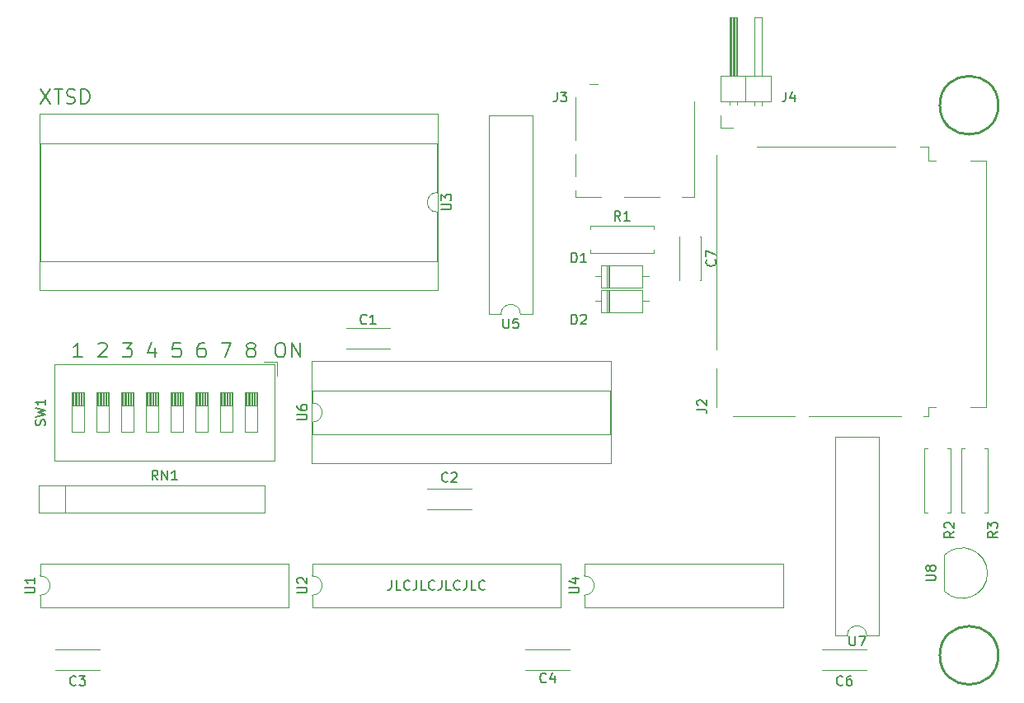
<source format=gto>
%TF.GenerationSoftware,KiCad,Pcbnew,(5.1.9-0-10_14)*%
%TF.CreationDate,2022-05-15T13:48:24+02:00*%
%TF.ProjectId,xtsd,78747364-2e6b-4696-9361-645f70636258,rev?*%
%TF.SameCoordinates,Original*%
%TF.FileFunction,Legend,Top*%
%TF.FilePolarity,Positive*%
%FSLAX46Y46*%
G04 Gerber Fmt 4.6, Leading zero omitted, Abs format (unit mm)*
G04 Created by KiCad (PCBNEW (5.1.9-0-10_14)) date 2022-05-15 13:48:24*
%MOMM*%
%LPD*%
G01*
G04 APERTURE LIST*
%ADD10C,0.150000*%
%ADD11C,0.120000*%
%ADD12C,0.250000*%
%ADD13C,0.010000*%
%ADD14O,1.700000X1.700000*%
%ADD15R,1.700000X1.700000*%
%ADD16R,1.780000X7.366000*%
%ADD17O,1.600000X2.400000*%
%ADD18R,1.600000X2.400000*%
%ADD19C,4.000000*%
%ADD20R,1.950000X1.200000*%
%ADD21R,3.200000X2.100000*%
%ADD22R,2.000000X1.000000*%
%ADD23R,2.200000X1.550000*%
%ADD24R,4.170000X1.550000*%
%ADD25R,1.650000X1.500000*%
%ADD26R,1.100000X1.500000*%
%ADD27R,1.870000X1.600000*%
%ADD28O,1.600000X1.600000*%
%ADD29R,1.600000X1.600000*%
%ADD30C,1.600000*%
%ADD31O,2.400000X1.600000*%
%ADD32R,2.400000X1.600000*%
%ADD33R,1.500000X1.050000*%
%ADD34O,1.500000X1.050000*%
%ADD35R,0.850000X1.100000*%
%ADD36R,0.750000X1.100000*%
%ADD37R,1.170000X1.800000*%
%ADD38R,1.550000X1.350000*%
%ADD39R,1.200000X1.000000*%
%ADD40R,1.900000X1.350000*%
G04 APERTURE END LIST*
D10*
X123650952Y-134072380D02*
X123650952Y-134786666D01*
X123603333Y-134929523D01*
X123508095Y-135024761D01*
X123365238Y-135072380D01*
X123270000Y-135072380D01*
X124603333Y-135072380D02*
X124127142Y-135072380D01*
X124127142Y-134072380D01*
X125508095Y-134977142D02*
X125460476Y-135024761D01*
X125317619Y-135072380D01*
X125222380Y-135072380D01*
X125079523Y-135024761D01*
X124984285Y-134929523D01*
X124936666Y-134834285D01*
X124889047Y-134643809D01*
X124889047Y-134500952D01*
X124936666Y-134310476D01*
X124984285Y-134215238D01*
X125079523Y-134120000D01*
X125222380Y-134072380D01*
X125317619Y-134072380D01*
X125460476Y-134120000D01*
X125508095Y-134167619D01*
X126222380Y-134072380D02*
X126222380Y-134786666D01*
X126174761Y-134929523D01*
X126079523Y-135024761D01*
X125936666Y-135072380D01*
X125841428Y-135072380D01*
X127174761Y-135072380D02*
X126698571Y-135072380D01*
X126698571Y-134072380D01*
X128079523Y-134977142D02*
X128031904Y-135024761D01*
X127889047Y-135072380D01*
X127793809Y-135072380D01*
X127650952Y-135024761D01*
X127555714Y-134929523D01*
X127508095Y-134834285D01*
X127460476Y-134643809D01*
X127460476Y-134500952D01*
X127508095Y-134310476D01*
X127555714Y-134215238D01*
X127650952Y-134120000D01*
X127793809Y-134072380D01*
X127889047Y-134072380D01*
X128031904Y-134120000D01*
X128079523Y-134167619D01*
X128793809Y-134072380D02*
X128793809Y-134786666D01*
X128746190Y-134929523D01*
X128650952Y-135024761D01*
X128508095Y-135072380D01*
X128412857Y-135072380D01*
X129746190Y-135072380D02*
X129270000Y-135072380D01*
X129270000Y-134072380D01*
X130650952Y-134977142D02*
X130603333Y-135024761D01*
X130460476Y-135072380D01*
X130365238Y-135072380D01*
X130222380Y-135024761D01*
X130127142Y-134929523D01*
X130079523Y-134834285D01*
X130031904Y-134643809D01*
X130031904Y-134500952D01*
X130079523Y-134310476D01*
X130127142Y-134215238D01*
X130222380Y-134120000D01*
X130365238Y-134072380D01*
X130460476Y-134072380D01*
X130603333Y-134120000D01*
X130650952Y-134167619D01*
X131365238Y-134072380D02*
X131365238Y-134786666D01*
X131317619Y-134929523D01*
X131222380Y-135024761D01*
X131079523Y-135072380D01*
X130984285Y-135072380D01*
X132317619Y-135072380D02*
X131841428Y-135072380D01*
X131841428Y-134072380D01*
X133222380Y-134977142D02*
X133174761Y-135024761D01*
X133031904Y-135072380D01*
X132936666Y-135072380D01*
X132793809Y-135024761D01*
X132698571Y-134929523D01*
X132650952Y-134834285D01*
X132603333Y-134643809D01*
X132603333Y-134500952D01*
X132650952Y-134310476D01*
X132698571Y-134215238D01*
X132793809Y-134120000D01*
X132936666Y-134072380D01*
X133031904Y-134072380D01*
X133174761Y-134120000D01*
X133222380Y-134167619D01*
X87634285Y-83633571D02*
X88634285Y-85133571D01*
X88634285Y-83633571D02*
X87634285Y-85133571D01*
X88991428Y-83633571D02*
X89848571Y-83633571D01*
X89420000Y-85133571D02*
X89420000Y-83633571D01*
X90277142Y-85062142D02*
X90491428Y-85133571D01*
X90848571Y-85133571D01*
X90991428Y-85062142D01*
X91062857Y-84990714D01*
X91134285Y-84847857D01*
X91134285Y-84705000D01*
X91062857Y-84562142D01*
X90991428Y-84490714D01*
X90848571Y-84419285D01*
X90562857Y-84347857D01*
X90420000Y-84276428D01*
X90348571Y-84205000D01*
X90277142Y-84062142D01*
X90277142Y-83919285D01*
X90348571Y-83776428D01*
X90420000Y-83705000D01*
X90562857Y-83633571D01*
X90920000Y-83633571D01*
X91134285Y-83705000D01*
X91777142Y-85133571D02*
X91777142Y-83633571D01*
X92134285Y-83633571D01*
X92348571Y-83705000D01*
X92491428Y-83847857D01*
X92562857Y-83990714D01*
X92634285Y-84276428D01*
X92634285Y-84490714D01*
X92562857Y-84776428D01*
X92491428Y-84919285D01*
X92348571Y-85062142D01*
X92134285Y-85133571D01*
X91777142Y-85133571D01*
X112101428Y-109668571D02*
X112387142Y-109668571D01*
X112530000Y-109740000D01*
X112672857Y-109882857D01*
X112744285Y-110168571D01*
X112744285Y-110668571D01*
X112672857Y-110954285D01*
X112530000Y-111097142D01*
X112387142Y-111168571D01*
X112101428Y-111168571D01*
X111958571Y-111097142D01*
X111815714Y-110954285D01*
X111744285Y-110668571D01*
X111744285Y-110168571D01*
X111815714Y-109882857D01*
X111958571Y-109740000D01*
X112101428Y-109668571D01*
X113387142Y-111168571D02*
X113387142Y-109668571D01*
X114244285Y-111168571D01*
X114244285Y-109668571D01*
X106180000Y-109668571D02*
X107180000Y-109668571D01*
X106537142Y-111168571D01*
X104425714Y-109668571D02*
X104140000Y-109668571D01*
X103997142Y-109740000D01*
X103925714Y-109811428D01*
X103782857Y-110025714D01*
X103711428Y-110311428D01*
X103711428Y-110882857D01*
X103782857Y-111025714D01*
X103854285Y-111097142D01*
X103997142Y-111168571D01*
X104282857Y-111168571D01*
X104425714Y-111097142D01*
X104497142Y-111025714D01*
X104568571Y-110882857D01*
X104568571Y-110525714D01*
X104497142Y-110382857D01*
X104425714Y-110311428D01*
X104282857Y-110240000D01*
X103997142Y-110240000D01*
X103854285Y-110311428D01*
X103782857Y-110382857D01*
X103711428Y-110525714D01*
X101957142Y-109668571D02*
X101242857Y-109668571D01*
X101171428Y-110382857D01*
X101242857Y-110311428D01*
X101385714Y-110240000D01*
X101742857Y-110240000D01*
X101885714Y-110311428D01*
X101957142Y-110382857D01*
X102028571Y-110525714D01*
X102028571Y-110882857D01*
X101957142Y-111025714D01*
X101885714Y-111097142D01*
X101742857Y-111168571D01*
X101385714Y-111168571D01*
X101242857Y-111097142D01*
X101171428Y-111025714D01*
X99345714Y-110168571D02*
X99345714Y-111168571D01*
X98988571Y-109597142D02*
X98631428Y-110668571D01*
X99560000Y-110668571D01*
X96020000Y-109668571D02*
X96948571Y-109668571D01*
X96448571Y-110240000D01*
X96662857Y-110240000D01*
X96805714Y-110311428D01*
X96877142Y-110382857D01*
X96948571Y-110525714D01*
X96948571Y-110882857D01*
X96877142Y-111025714D01*
X96805714Y-111097142D01*
X96662857Y-111168571D01*
X96234285Y-111168571D01*
X96091428Y-111097142D01*
X96020000Y-111025714D01*
X93551428Y-109811428D02*
X93622857Y-109740000D01*
X93765714Y-109668571D01*
X94122857Y-109668571D01*
X94265714Y-109740000D01*
X94337142Y-109811428D01*
X94408571Y-109954285D01*
X94408571Y-110097142D01*
X94337142Y-110311428D01*
X93480000Y-111168571D01*
X94408571Y-111168571D01*
X109077142Y-110311428D02*
X108934285Y-110240000D01*
X108862857Y-110168571D01*
X108791428Y-110025714D01*
X108791428Y-109954285D01*
X108862857Y-109811428D01*
X108934285Y-109740000D01*
X109077142Y-109668571D01*
X109362857Y-109668571D01*
X109505714Y-109740000D01*
X109577142Y-109811428D01*
X109648571Y-109954285D01*
X109648571Y-110025714D01*
X109577142Y-110168571D01*
X109505714Y-110240000D01*
X109362857Y-110311428D01*
X109077142Y-110311428D01*
X108934285Y-110382857D01*
X108862857Y-110454285D01*
X108791428Y-110597142D01*
X108791428Y-110882857D01*
X108862857Y-111025714D01*
X108934285Y-111097142D01*
X109077142Y-111168571D01*
X109362857Y-111168571D01*
X109505714Y-111097142D01*
X109577142Y-111025714D01*
X109648571Y-110882857D01*
X109648571Y-110597142D01*
X109577142Y-110454285D01*
X109505714Y-110382857D01*
X109362857Y-110311428D01*
X91868571Y-111168571D02*
X91011428Y-111168571D01*
X91440000Y-111168571D02*
X91440000Y-109668571D01*
X91297142Y-109882857D01*
X91154285Y-110025714D01*
X91011428Y-110097142D01*
D11*
X157420000Y-84920000D02*
X162620000Y-84920000D01*
X162620000Y-84920000D02*
X162620000Y-82260000D01*
X162620000Y-82260000D02*
X157420000Y-82260000D01*
X157420000Y-82260000D02*
X157420000Y-84920000D01*
X158370000Y-82260000D02*
X158370000Y-76260000D01*
X158370000Y-76260000D02*
X159130000Y-76260000D01*
X159130000Y-76260000D02*
X159130000Y-82260000D01*
X158430000Y-82260000D02*
X158430000Y-76260000D01*
X158550000Y-82260000D02*
X158550000Y-76260000D01*
X158670000Y-82260000D02*
X158670000Y-76260000D01*
X158790000Y-82260000D02*
X158790000Y-76260000D01*
X158910000Y-82260000D02*
X158910000Y-76260000D01*
X159030000Y-82260000D02*
X159030000Y-76260000D01*
X158370000Y-85250000D02*
X158370000Y-84920000D01*
X159130000Y-85250000D02*
X159130000Y-84920000D01*
X160020000Y-84920000D02*
X160020000Y-82260000D01*
X160910000Y-82260000D02*
X160910000Y-76260000D01*
X160910000Y-76260000D02*
X161670000Y-76260000D01*
X161670000Y-76260000D02*
X161670000Y-82260000D01*
X160910000Y-85317071D02*
X160910000Y-84920000D01*
X161670000Y-85317071D02*
X161670000Y-84920000D01*
X158750000Y-87630000D02*
X157480000Y-87630000D01*
X157480000Y-87630000D02*
X157480000Y-86360000D01*
X87570000Y-135620000D02*
X87570000Y-136870000D01*
X87570000Y-136870000D02*
X113090000Y-136870000D01*
X113090000Y-136870000D02*
X113090000Y-132370000D01*
X113090000Y-132370000D02*
X87570000Y-132370000D01*
X87570000Y-132370000D02*
X87570000Y-133620000D01*
X87570000Y-133620000D02*
G75*
G02*
X87570000Y-135620000I0J-1000000D01*
G01*
D12*
X185956200Y-141788000D02*
G75*
G03*
X185956200Y-141788000I-3000000J0D01*
G01*
X185956200Y-85273000D02*
G75*
G03*
X185956200Y-85273000I-3000000J0D01*
G01*
D11*
X143450000Y-135620000D02*
X143450000Y-136870000D01*
X143450000Y-136870000D02*
X163890000Y-136870000D01*
X163890000Y-136870000D02*
X163890000Y-132370000D01*
X163890000Y-132370000D02*
X143450000Y-132370000D01*
X143450000Y-132370000D02*
X143450000Y-133620000D01*
X143450000Y-133620000D02*
G75*
G02*
X143450000Y-135620000I0J-1000000D01*
G01*
X115510000Y-135620000D02*
X115510000Y-136870000D01*
X115510000Y-136870000D02*
X141030000Y-136870000D01*
X141030000Y-136870000D02*
X141030000Y-132370000D01*
X141030000Y-132370000D02*
X115510000Y-132370000D01*
X115510000Y-132370000D02*
X115510000Y-133620000D01*
X115510000Y-133620000D02*
G75*
G02*
X115510000Y-135620000I0J-1000000D01*
G01*
X184700000Y-91000000D02*
X183100000Y-91000000D01*
X179500000Y-91000000D02*
X178800000Y-91000000D01*
X178800000Y-91000000D02*
X178800000Y-89500000D01*
X178800000Y-89500000D02*
X177900000Y-89500000D01*
X175400000Y-89500000D02*
X161200000Y-89500000D01*
X157000000Y-90400000D02*
X157000000Y-110400000D01*
X157000000Y-112300000D02*
X157000000Y-116300000D01*
X158700000Y-117200000D02*
X165100000Y-117200000D01*
X166500000Y-117200000D02*
X176000000Y-117200000D01*
X178300000Y-117200000D02*
X178800000Y-117200000D01*
X178800000Y-117200000D02*
X178800000Y-116300000D01*
X178800000Y-116300000D02*
X179500000Y-116300000D01*
X183100000Y-116300000D02*
X184700000Y-116300000D01*
X184700000Y-116300000D02*
X184700000Y-91000000D01*
X111640000Y-111890000D02*
X111640000Y-121790000D01*
X89019000Y-111890000D02*
X89019000Y-121790000D01*
X111640000Y-111890000D02*
X89019000Y-111890000D01*
X111640000Y-121790000D02*
X89019000Y-121790000D01*
X111880000Y-111650000D02*
X111880000Y-113034000D01*
X111880000Y-111650000D02*
X110497000Y-111650000D01*
X109855000Y-114810000D02*
X108585000Y-114810000D01*
X108585000Y-114810000D02*
X108585000Y-118870000D01*
X108585000Y-118870000D02*
X109855000Y-118870000D01*
X109855000Y-118870000D02*
X109855000Y-114810000D01*
X109735000Y-114810000D02*
X109735000Y-116163333D01*
X109615000Y-114810000D02*
X109615000Y-116163333D01*
X109495000Y-114810000D02*
X109495000Y-116163333D01*
X109375000Y-114810000D02*
X109375000Y-116163333D01*
X109255000Y-114810000D02*
X109255000Y-116163333D01*
X109135000Y-114810000D02*
X109135000Y-116163333D01*
X109015000Y-114810000D02*
X109015000Y-116163333D01*
X108895000Y-114810000D02*
X108895000Y-116163333D01*
X108775000Y-114810000D02*
X108775000Y-116163333D01*
X108655000Y-114810000D02*
X108655000Y-116163333D01*
X109855000Y-116163333D02*
X108585000Y-116163333D01*
X107315000Y-114810000D02*
X106045000Y-114810000D01*
X106045000Y-114810000D02*
X106045000Y-118870000D01*
X106045000Y-118870000D02*
X107315000Y-118870000D01*
X107315000Y-118870000D02*
X107315000Y-114810000D01*
X107195000Y-114810000D02*
X107195000Y-116163333D01*
X107075000Y-114810000D02*
X107075000Y-116163333D01*
X106955000Y-114810000D02*
X106955000Y-116163333D01*
X106835000Y-114810000D02*
X106835000Y-116163333D01*
X106715000Y-114810000D02*
X106715000Y-116163333D01*
X106595000Y-114810000D02*
X106595000Y-116163333D01*
X106475000Y-114810000D02*
X106475000Y-116163333D01*
X106355000Y-114810000D02*
X106355000Y-116163333D01*
X106235000Y-114810000D02*
X106235000Y-116163333D01*
X106115000Y-114810000D02*
X106115000Y-116163333D01*
X107315000Y-116163333D02*
X106045000Y-116163333D01*
X104775000Y-114810000D02*
X103505000Y-114810000D01*
X103505000Y-114810000D02*
X103505000Y-118870000D01*
X103505000Y-118870000D02*
X104775000Y-118870000D01*
X104775000Y-118870000D02*
X104775000Y-114810000D01*
X104655000Y-114810000D02*
X104655000Y-116163333D01*
X104535000Y-114810000D02*
X104535000Y-116163333D01*
X104415000Y-114810000D02*
X104415000Y-116163333D01*
X104295000Y-114810000D02*
X104295000Y-116163333D01*
X104175000Y-114810000D02*
X104175000Y-116163333D01*
X104055000Y-114810000D02*
X104055000Y-116163333D01*
X103935000Y-114810000D02*
X103935000Y-116163333D01*
X103815000Y-114810000D02*
X103815000Y-116163333D01*
X103695000Y-114810000D02*
X103695000Y-116163333D01*
X103575000Y-114810000D02*
X103575000Y-116163333D01*
X104775000Y-116163333D02*
X103505000Y-116163333D01*
X102235000Y-114810000D02*
X100965000Y-114810000D01*
X100965000Y-114810000D02*
X100965000Y-118870000D01*
X100965000Y-118870000D02*
X102235000Y-118870000D01*
X102235000Y-118870000D02*
X102235000Y-114810000D01*
X102115000Y-114810000D02*
X102115000Y-116163333D01*
X101995000Y-114810000D02*
X101995000Y-116163333D01*
X101875000Y-114810000D02*
X101875000Y-116163333D01*
X101755000Y-114810000D02*
X101755000Y-116163333D01*
X101635000Y-114810000D02*
X101635000Y-116163333D01*
X101515000Y-114810000D02*
X101515000Y-116163333D01*
X101395000Y-114810000D02*
X101395000Y-116163333D01*
X101275000Y-114810000D02*
X101275000Y-116163333D01*
X101155000Y-114810000D02*
X101155000Y-116163333D01*
X101035000Y-114810000D02*
X101035000Y-116163333D01*
X102235000Y-116163333D02*
X100965000Y-116163333D01*
X99695000Y-114810000D02*
X98425000Y-114810000D01*
X98425000Y-114810000D02*
X98425000Y-118870000D01*
X98425000Y-118870000D02*
X99695000Y-118870000D01*
X99695000Y-118870000D02*
X99695000Y-114810000D01*
X99575000Y-114810000D02*
X99575000Y-116163333D01*
X99455000Y-114810000D02*
X99455000Y-116163333D01*
X99335000Y-114810000D02*
X99335000Y-116163333D01*
X99215000Y-114810000D02*
X99215000Y-116163333D01*
X99095000Y-114810000D02*
X99095000Y-116163333D01*
X98975000Y-114810000D02*
X98975000Y-116163333D01*
X98855000Y-114810000D02*
X98855000Y-116163333D01*
X98735000Y-114810000D02*
X98735000Y-116163333D01*
X98615000Y-114810000D02*
X98615000Y-116163333D01*
X98495000Y-114810000D02*
X98495000Y-116163333D01*
X99695000Y-116163333D02*
X98425000Y-116163333D01*
X97155000Y-114810000D02*
X95885000Y-114810000D01*
X95885000Y-114810000D02*
X95885000Y-118870000D01*
X95885000Y-118870000D02*
X97155000Y-118870000D01*
X97155000Y-118870000D02*
X97155000Y-114810000D01*
X97035000Y-114810000D02*
X97035000Y-116163333D01*
X96915000Y-114810000D02*
X96915000Y-116163333D01*
X96795000Y-114810000D02*
X96795000Y-116163333D01*
X96675000Y-114810000D02*
X96675000Y-116163333D01*
X96555000Y-114810000D02*
X96555000Y-116163333D01*
X96435000Y-114810000D02*
X96435000Y-116163333D01*
X96315000Y-114810000D02*
X96315000Y-116163333D01*
X96195000Y-114810000D02*
X96195000Y-116163333D01*
X96075000Y-114810000D02*
X96075000Y-116163333D01*
X95955000Y-114810000D02*
X95955000Y-116163333D01*
X97155000Y-116163333D02*
X95885000Y-116163333D01*
X94615000Y-114810000D02*
X93345000Y-114810000D01*
X93345000Y-114810000D02*
X93345000Y-118870000D01*
X93345000Y-118870000D02*
X94615000Y-118870000D01*
X94615000Y-118870000D02*
X94615000Y-114810000D01*
X94495000Y-114810000D02*
X94495000Y-116163333D01*
X94375000Y-114810000D02*
X94375000Y-116163333D01*
X94255000Y-114810000D02*
X94255000Y-116163333D01*
X94135000Y-114810000D02*
X94135000Y-116163333D01*
X94015000Y-114810000D02*
X94015000Y-116163333D01*
X93895000Y-114810000D02*
X93895000Y-116163333D01*
X93775000Y-114810000D02*
X93775000Y-116163333D01*
X93655000Y-114810000D02*
X93655000Y-116163333D01*
X93535000Y-114810000D02*
X93535000Y-116163333D01*
X93415000Y-114810000D02*
X93415000Y-116163333D01*
X94615000Y-116163333D02*
X93345000Y-116163333D01*
X92075000Y-114810000D02*
X90805000Y-114810000D01*
X90805000Y-114810000D02*
X90805000Y-118870000D01*
X90805000Y-118870000D02*
X92075000Y-118870000D01*
X92075000Y-118870000D02*
X92075000Y-114810000D01*
X91955000Y-114810000D02*
X91955000Y-116163333D01*
X91835000Y-114810000D02*
X91835000Y-116163333D01*
X91715000Y-114810000D02*
X91715000Y-116163333D01*
X91595000Y-114810000D02*
X91595000Y-116163333D01*
X91475000Y-114810000D02*
X91475000Y-116163333D01*
X91355000Y-114810000D02*
X91355000Y-116163333D01*
X91235000Y-114810000D02*
X91235000Y-116163333D01*
X91115000Y-114810000D02*
X91115000Y-116163333D01*
X90995000Y-114810000D02*
X90995000Y-116163333D01*
X90875000Y-114810000D02*
X90875000Y-116163333D01*
X92075000Y-116163333D02*
X90805000Y-116163333D01*
X128330000Y-94250000D02*
X128330000Y-89190000D01*
X128330000Y-89190000D02*
X87570000Y-89190000D01*
X87570000Y-89190000D02*
X87570000Y-101310000D01*
X87570000Y-101310000D02*
X128330000Y-101310000D01*
X128330000Y-101310000D02*
X128330000Y-96250000D01*
X128390000Y-86190000D02*
X87510000Y-86190000D01*
X87510000Y-86190000D02*
X87510000Y-104310000D01*
X87510000Y-104310000D02*
X128390000Y-104310000D01*
X128390000Y-104310000D02*
X128390000Y-86190000D01*
X128330000Y-96250000D02*
G75*
G02*
X128330000Y-94250000I0J1000000D01*
G01*
X182475000Y-127095000D02*
X182145000Y-127095000D01*
X182145000Y-127095000D02*
X182145000Y-120555000D01*
X182145000Y-120555000D02*
X182475000Y-120555000D01*
X184555000Y-127095000D02*
X184885000Y-127095000D01*
X184885000Y-127095000D02*
X184885000Y-120555000D01*
X184885000Y-120555000D02*
X184555000Y-120555000D01*
X178665000Y-127095000D02*
X178335000Y-127095000D01*
X178335000Y-127095000D02*
X178335000Y-120555000D01*
X178335000Y-120555000D02*
X178665000Y-120555000D01*
X180745000Y-127095000D02*
X181075000Y-127095000D01*
X181075000Y-127095000D02*
X181075000Y-120555000D01*
X181075000Y-120555000D02*
X180745000Y-120555000D01*
X115510000Y-117840000D02*
X115510000Y-119090000D01*
X115510000Y-119090000D02*
X146110000Y-119090000D01*
X146110000Y-119090000D02*
X146110000Y-114590000D01*
X146110000Y-114590000D02*
X115510000Y-114590000D01*
X115510000Y-114590000D02*
X115510000Y-115840000D01*
X115450000Y-122090000D02*
X146170000Y-122090000D01*
X146170000Y-122090000D02*
X146170000Y-111590000D01*
X146170000Y-111590000D02*
X115450000Y-111590000D01*
X115450000Y-111590000D02*
X115450000Y-122090000D01*
X115510000Y-115840000D02*
G75*
G02*
X115510000Y-117840000I0J-1000000D01*
G01*
X136890000Y-106740000D02*
X138140000Y-106740000D01*
X138140000Y-106740000D02*
X138140000Y-86300000D01*
X138140000Y-86300000D02*
X133640000Y-86300000D01*
X133640000Y-86300000D02*
X133640000Y-106740000D01*
X133640000Y-106740000D02*
X134890000Y-106740000D01*
X134890000Y-106740000D02*
G75*
G02*
X136890000Y-106740000I1000000J0D01*
G01*
X145200000Y-104290000D02*
X145200000Y-106530000D01*
X145200000Y-106530000D02*
X149440000Y-106530000D01*
X149440000Y-106530000D02*
X149440000Y-104290000D01*
X149440000Y-104290000D02*
X145200000Y-104290000D01*
X144550000Y-105410000D02*
X145200000Y-105410000D01*
X150090000Y-105410000D02*
X149440000Y-105410000D01*
X145920000Y-104290000D02*
X145920000Y-106530000D01*
X146040000Y-104290000D02*
X146040000Y-106530000D01*
X145800000Y-104290000D02*
X145800000Y-106530000D01*
X145200000Y-101750000D02*
X145200000Y-103990000D01*
X145200000Y-103990000D02*
X149440000Y-103990000D01*
X149440000Y-103990000D02*
X149440000Y-101750000D01*
X149440000Y-101750000D02*
X145200000Y-101750000D01*
X144550000Y-102870000D02*
X145200000Y-102870000D01*
X150090000Y-102870000D02*
X149440000Y-102870000D01*
X145920000Y-101750000D02*
X145920000Y-103990000D01*
X146040000Y-101750000D02*
X146040000Y-103990000D01*
X145800000Y-101750000D02*
X145800000Y-103990000D01*
X144050000Y-98020000D02*
X144050000Y-97690000D01*
X144050000Y-97690000D02*
X150590000Y-97690000D01*
X150590000Y-97690000D02*
X150590000Y-98020000D01*
X144050000Y-100100000D02*
X144050000Y-100430000D01*
X144050000Y-100430000D02*
X150590000Y-100430000D01*
X150590000Y-100430000D02*
X150590000Y-100100000D01*
X180395000Y-131550000D02*
X180395000Y-135150000D01*
X180406522Y-135188478D02*
G75*
G03*
X184845000Y-133350000I1838478J1838478D01*
G01*
X180406522Y-131511522D02*
G75*
G02*
X184845000Y-133350000I1838478J-1838478D01*
G01*
X142520000Y-84450000D02*
X142520000Y-88900000D01*
X142520000Y-90300000D02*
X142520000Y-92600000D01*
X142520000Y-94000000D02*
X142520000Y-94720000D01*
X142520000Y-94720000D02*
X145200000Y-94720000D01*
X147500000Y-94720000D02*
X151170000Y-94720000D01*
X153470000Y-94720000D02*
X154700000Y-94720000D01*
X154700000Y-94720000D02*
X154700000Y-84900000D01*
X144000000Y-83080000D02*
X144860000Y-83080000D01*
X87460000Y-124330000D02*
X87460000Y-127130000D01*
X87460000Y-127130000D02*
X110660000Y-127130000D01*
X110660000Y-127130000D02*
X110660000Y-124330000D01*
X110660000Y-124330000D02*
X87460000Y-124330000D01*
X90170000Y-124330000D02*
X90170000Y-127130000D01*
X118975000Y-108150000D02*
X123515000Y-108150000D01*
X118975000Y-110290000D02*
X123515000Y-110290000D01*
X118975000Y-108150000D02*
X118975000Y-108165000D01*
X118975000Y-110275000D02*
X118975000Y-110290000D01*
X123515000Y-108150000D02*
X123515000Y-108165000D01*
X123515000Y-110275000D02*
X123515000Y-110290000D01*
X155375000Y-98735000D02*
X155375000Y-103275000D01*
X153235000Y-98735000D02*
X153235000Y-103275000D01*
X155375000Y-98735000D02*
X155360000Y-98735000D01*
X153250000Y-98735000D02*
X153235000Y-98735000D01*
X155375000Y-103275000D02*
X155360000Y-103275000D01*
X153250000Y-103275000D02*
X153235000Y-103275000D01*
X172450000Y-139760000D02*
X173700000Y-139760000D01*
X173700000Y-139760000D02*
X173700000Y-119320000D01*
X173700000Y-119320000D02*
X169200000Y-119320000D01*
X169200000Y-119320000D02*
X169200000Y-139760000D01*
X169200000Y-139760000D02*
X170450000Y-139760000D01*
X170450000Y-139760000D02*
G75*
G02*
X172450000Y-139760000I1000000J0D01*
G01*
X172410000Y-143310000D02*
X167870000Y-143310000D01*
X172410000Y-141170000D02*
X167870000Y-141170000D01*
X172410000Y-143310000D02*
X172410000Y-143295000D01*
X172410000Y-141185000D02*
X172410000Y-141170000D01*
X167870000Y-143310000D02*
X167870000Y-143295000D01*
X167870000Y-141185000D02*
X167870000Y-141170000D01*
X137390000Y-141170000D02*
X141930000Y-141170000D01*
X137390000Y-143310000D02*
X141930000Y-143310000D01*
X137390000Y-141170000D02*
X137390000Y-141185000D01*
X137390000Y-143295000D02*
X137390000Y-143310000D01*
X141930000Y-141170000D02*
X141930000Y-141185000D01*
X141930000Y-143295000D02*
X141930000Y-143310000D01*
X93670000Y-143310000D02*
X89130000Y-143310000D01*
X93670000Y-141170000D02*
X89130000Y-141170000D01*
X93670000Y-143310000D02*
X93670000Y-143295000D01*
X93670000Y-141185000D02*
X93670000Y-141170000D01*
X89130000Y-143310000D02*
X89130000Y-143295000D01*
X89130000Y-141185000D02*
X89130000Y-141170000D01*
X127310000Y-124660000D02*
X131850000Y-124660000D01*
X127310000Y-126800000D02*
X131850000Y-126800000D01*
X127310000Y-124660000D02*
X127310000Y-124675000D01*
X127310000Y-126785000D02*
X127310000Y-126800000D01*
X131850000Y-124660000D02*
X131850000Y-124675000D01*
X131850000Y-126785000D02*
X131850000Y-126800000D01*
D10*
X164131666Y-83907380D02*
X164131666Y-84621666D01*
X164084047Y-84764523D01*
X163988809Y-84859761D01*
X163845952Y-84907380D01*
X163750714Y-84907380D01*
X165036428Y-84240714D02*
X165036428Y-84907380D01*
X164798333Y-83859761D02*
X164560238Y-84574047D01*
X165179285Y-84574047D01*
X86022380Y-135381904D02*
X86831904Y-135381904D01*
X86927142Y-135334285D01*
X86974761Y-135286666D01*
X87022380Y-135191428D01*
X87022380Y-135000952D01*
X86974761Y-134905714D01*
X86927142Y-134858095D01*
X86831904Y-134810476D01*
X86022380Y-134810476D01*
X87022380Y-133810476D02*
X87022380Y-134381904D01*
X87022380Y-134096190D02*
X86022380Y-134096190D01*
X86165238Y-134191428D01*
X86260476Y-134286666D01*
X86308095Y-134381904D01*
X141902380Y-135381904D02*
X142711904Y-135381904D01*
X142807142Y-135334285D01*
X142854761Y-135286666D01*
X142902380Y-135191428D01*
X142902380Y-135000952D01*
X142854761Y-134905714D01*
X142807142Y-134858095D01*
X142711904Y-134810476D01*
X141902380Y-134810476D01*
X142235714Y-133905714D02*
X142902380Y-133905714D01*
X141854761Y-134143809D02*
X142569047Y-134381904D01*
X142569047Y-133762857D01*
X113962380Y-135381904D02*
X114771904Y-135381904D01*
X114867142Y-135334285D01*
X114914761Y-135286666D01*
X114962380Y-135191428D01*
X114962380Y-135000952D01*
X114914761Y-134905714D01*
X114867142Y-134858095D01*
X114771904Y-134810476D01*
X113962380Y-134810476D01*
X114057619Y-134381904D02*
X114010000Y-134334285D01*
X113962380Y-134239047D01*
X113962380Y-134000952D01*
X114010000Y-133905714D01*
X114057619Y-133858095D01*
X114152857Y-133810476D01*
X114248095Y-133810476D01*
X114390952Y-133858095D01*
X114962380Y-134429523D01*
X114962380Y-133810476D01*
X155027380Y-116538333D02*
X155741666Y-116538333D01*
X155884523Y-116585952D01*
X155979761Y-116681190D01*
X156027380Y-116824047D01*
X156027380Y-116919285D01*
X155122619Y-116109761D02*
X155075000Y-116062142D01*
X155027380Y-115966904D01*
X155027380Y-115728809D01*
X155075000Y-115633571D01*
X155122619Y-115585952D01*
X155217857Y-115538333D01*
X155313095Y-115538333D01*
X155455952Y-115585952D01*
X156027380Y-116157380D01*
X156027380Y-115538333D01*
X88034761Y-118173333D02*
X88082380Y-118030476D01*
X88082380Y-117792380D01*
X88034761Y-117697142D01*
X87987142Y-117649523D01*
X87891904Y-117601904D01*
X87796666Y-117601904D01*
X87701428Y-117649523D01*
X87653809Y-117697142D01*
X87606190Y-117792380D01*
X87558571Y-117982857D01*
X87510952Y-118078095D01*
X87463333Y-118125714D01*
X87368095Y-118173333D01*
X87272857Y-118173333D01*
X87177619Y-118125714D01*
X87130000Y-118078095D01*
X87082380Y-117982857D01*
X87082380Y-117744761D01*
X87130000Y-117601904D01*
X87082380Y-117268571D02*
X88082380Y-117030476D01*
X87368095Y-116840000D01*
X88082380Y-116649523D01*
X87082380Y-116411428D01*
X88082380Y-115506666D02*
X88082380Y-116078095D01*
X88082380Y-115792380D02*
X87082380Y-115792380D01*
X87225238Y-115887619D01*
X87320476Y-115982857D01*
X87368095Y-116078095D01*
X128782380Y-96011904D02*
X129591904Y-96011904D01*
X129687142Y-95964285D01*
X129734761Y-95916666D01*
X129782380Y-95821428D01*
X129782380Y-95630952D01*
X129734761Y-95535714D01*
X129687142Y-95488095D01*
X129591904Y-95440476D01*
X128782380Y-95440476D01*
X128782380Y-95059523D02*
X128782380Y-94440476D01*
X129163333Y-94773809D01*
X129163333Y-94630952D01*
X129210952Y-94535714D01*
X129258571Y-94488095D01*
X129353809Y-94440476D01*
X129591904Y-94440476D01*
X129687142Y-94488095D01*
X129734761Y-94535714D01*
X129782380Y-94630952D01*
X129782380Y-94916666D01*
X129734761Y-95011904D01*
X129687142Y-95059523D01*
X185872380Y-129071666D02*
X185396190Y-129405000D01*
X185872380Y-129643095D02*
X184872380Y-129643095D01*
X184872380Y-129262142D01*
X184920000Y-129166904D01*
X184967619Y-129119285D01*
X185062857Y-129071666D01*
X185205714Y-129071666D01*
X185300952Y-129119285D01*
X185348571Y-129166904D01*
X185396190Y-129262142D01*
X185396190Y-129643095D01*
X184872380Y-128738333D02*
X184872380Y-128119285D01*
X185253333Y-128452619D01*
X185253333Y-128309761D01*
X185300952Y-128214523D01*
X185348571Y-128166904D01*
X185443809Y-128119285D01*
X185681904Y-128119285D01*
X185777142Y-128166904D01*
X185824761Y-128214523D01*
X185872380Y-128309761D01*
X185872380Y-128595476D01*
X185824761Y-128690714D01*
X185777142Y-128738333D01*
X181427380Y-129071666D02*
X180951190Y-129405000D01*
X181427380Y-129643095D02*
X180427380Y-129643095D01*
X180427380Y-129262142D01*
X180475000Y-129166904D01*
X180522619Y-129119285D01*
X180617857Y-129071666D01*
X180760714Y-129071666D01*
X180855952Y-129119285D01*
X180903571Y-129166904D01*
X180951190Y-129262142D01*
X180951190Y-129643095D01*
X180522619Y-128690714D02*
X180475000Y-128643095D01*
X180427380Y-128547857D01*
X180427380Y-128309761D01*
X180475000Y-128214523D01*
X180522619Y-128166904D01*
X180617857Y-128119285D01*
X180713095Y-128119285D01*
X180855952Y-128166904D01*
X181427380Y-128738333D01*
X181427380Y-128119285D01*
X113962380Y-117601904D02*
X114771904Y-117601904D01*
X114867142Y-117554285D01*
X114914761Y-117506666D01*
X114962380Y-117411428D01*
X114962380Y-117220952D01*
X114914761Y-117125714D01*
X114867142Y-117078095D01*
X114771904Y-117030476D01*
X113962380Y-117030476D01*
X113962380Y-116125714D02*
X113962380Y-116316190D01*
X114010000Y-116411428D01*
X114057619Y-116459047D01*
X114200476Y-116554285D01*
X114390952Y-116601904D01*
X114771904Y-116601904D01*
X114867142Y-116554285D01*
X114914761Y-116506666D01*
X114962380Y-116411428D01*
X114962380Y-116220952D01*
X114914761Y-116125714D01*
X114867142Y-116078095D01*
X114771904Y-116030476D01*
X114533809Y-116030476D01*
X114438571Y-116078095D01*
X114390952Y-116125714D01*
X114343333Y-116220952D01*
X114343333Y-116411428D01*
X114390952Y-116506666D01*
X114438571Y-116554285D01*
X114533809Y-116601904D01*
X135128095Y-107192380D02*
X135128095Y-108001904D01*
X135175714Y-108097142D01*
X135223333Y-108144761D01*
X135318571Y-108192380D01*
X135509047Y-108192380D01*
X135604285Y-108144761D01*
X135651904Y-108097142D01*
X135699523Y-108001904D01*
X135699523Y-107192380D01*
X136651904Y-107192380D02*
X136175714Y-107192380D01*
X136128095Y-107668571D01*
X136175714Y-107620952D01*
X136270952Y-107573333D01*
X136509047Y-107573333D01*
X136604285Y-107620952D01*
X136651904Y-107668571D01*
X136699523Y-107763809D01*
X136699523Y-108001904D01*
X136651904Y-108097142D01*
X136604285Y-108144761D01*
X136509047Y-108192380D01*
X136270952Y-108192380D01*
X136175714Y-108144761D01*
X136128095Y-108097142D01*
X142136904Y-107767380D02*
X142136904Y-106767380D01*
X142375000Y-106767380D01*
X142517857Y-106815000D01*
X142613095Y-106910238D01*
X142660714Y-107005476D01*
X142708333Y-107195952D01*
X142708333Y-107338809D01*
X142660714Y-107529285D01*
X142613095Y-107624523D01*
X142517857Y-107719761D01*
X142375000Y-107767380D01*
X142136904Y-107767380D01*
X143089285Y-106862619D02*
X143136904Y-106815000D01*
X143232142Y-106767380D01*
X143470238Y-106767380D01*
X143565476Y-106815000D01*
X143613095Y-106862619D01*
X143660714Y-106957857D01*
X143660714Y-107053095D01*
X143613095Y-107195952D01*
X143041666Y-107767380D01*
X143660714Y-107767380D01*
X142136904Y-101417380D02*
X142136904Y-100417380D01*
X142375000Y-100417380D01*
X142517857Y-100465000D01*
X142613095Y-100560238D01*
X142660714Y-100655476D01*
X142708333Y-100845952D01*
X142708333Y-100988809D01*
X142660714Y-101179285D01*
X142613095Y-101274523D01*
X142517857Y-101369761D01*
X142375000Y-101417380D01*
X142136904Y-101417380D01*
X143660714Y-101417380D02*
X143089285Y-101417380D01*
X143375000Y-101417380D02*
X143375000Y-100417380D01*
X143279761Y-100560238D01*
X143184523Y-100655476D01*
X143089285Y-100703095D01*
X147153333Y-97142380D02*
X146820000Y-96666190D01*
X146581904Y-97142380D02*
X146581904Y-96142380D01*
X146962857Y-96142380D01*
X147058095Y-96190000D01*
X147105714Y-96237619D01*
X147153333Y-96332857D01*
X147153333Y-96475714D01*
X147105714Y-96570952D01*
X147058095Y-96618571D01*
X146962857Y-96666190D01*
X146581904Y-96666190D01*
X148105714Y-97142380D02*
X147534285Y-97142380D01*
X147820000Y-97142380D02*
X147820000Y-96142380D01*
X147724761Y-96285238D01*
X147629523Y-96380476D01*
X147534285Y-96428095D01*
X178522380Y-134111904D02*
X179331904Y-134111904D01*
X179427142Y-134064285D01*
X179474761Y-134016666D01*
X179522380Y-133921428D01*
X179522380Y-133730952D01*
X179474761Y-133635714D01*
X179427142Y-133588095D01*
X179331904Y-133540476D01*
X178522380Y-133540476D01*
X178950952Y-132921428D02*
X178903333Y-133016666D01*
X178855714Y-133064285D01*
X178760476Y-133111904D01*
X178712857Y-133111904D01*
X178617619Y-133064285D01*
X178570000Y-133016666D01*
X178522380Y-132921428D01*
X178522380Y-132730952D01*
X178570000Y-132635714D01*
X178617619Y-132588095D01*
X178712857Y-132540476D01*
X178760476Y-132540476D01*
X178855714Y-132588095D01*
X178903333Y-132635714D01*
X178950952Y-132730952D01*
X178950952Y-132921428D01*
X178998571Y-133016666D01*
X179046190Y-133064285D01*
X179141428Y-133111904D01*
X179331904Y-133111904D01*
X179427142Y-133064285D01*
X179474761Y-133016666D01*
X179522380Y-132921428D01*
X179522380Y-132730952D01*
X179474761Y-132635714D01*
X179427142Y-132588095D01*
X179331904Y-132540476D01*
X179141428Y-132540476D01*
X179046190Y-132588095D01*
X178998571Y-132635714D01*
X178950952Y-132730952D01*
X140636666Y-83907380D02*
X140636666Y-84621666D01*
X140589047Y-84764523D01*
X140493809Y-84859761D01*
X140350952Y-84907380D01*
X140255714Y-84907380D01*
X141017619Y-83907380D02*
X141636666Y-83907380D01*
X141303333Y-84288333D01*
X141446190Y-84288333D01*
X141541428Y-84335952D01*
X141589047Y-84383571D01*
X141636666Y-84478809D01*
X141636666Y-84716904D01*
X141589047Y-84812142D01*
X141541428Y-84859761D01*
X141446190Y-84907380D01*
X141160476Y-84907380D01*
X141065238Y-84859761D01*
X141017619Y-84812142D01*
X99639523Y-123782380D02*
X99306190Y-123306190D01*
X99068095Y-123782380D02*
X99068095Y-122782380D01*
X99449047Y-122782380D01*
X99544285Y-122830000D01*
X99591904Y-122877619D01*
X99639523Y-122972857D01*
X99639523Y-123115714D01*
X99591904Y-123210952D01*
X99544285Y-123258571D01*
X99449047Y-123306190D01*
X99068095Y-123306190D01*
X100068095Y-123782380D02*
X100068095Y-122782380D01*
X100639523Y-123782380D01*
X100639523Y-122782380D01*
X101639523Y-123782380D02*
X101068095Y-123782380D01*
X101353809Y-123782380D02*
X101353809Y-122782380D01*
X101258571Y-122925238D01*
X101163333Y-123020476D01*
X101068095Y-123068095D01*
X121078333Y-107672142D02*
X121030714Y-107719761D01*
X120887857Y-107767380D01*
X120792619Y-107767380D01*
X120649761Y-107719761D01*
X120554523Y-107624523D01*
X120506904Y-107529285D01*
X120459285Y-107338809D01*
X120459285Y-107195952D01*
X120506904Y-107005476D01*
X120554523Y-106910238D01*
X120649761Y-106815000D01*
X120792619Y-106767380D01*
X120887857Y-106767380D01*
X121030714Y-106815000D01*
X121078333Y-106862619D01*
X122030714Y-107767380D02*
X121459285Y-107767380D01*
X121745000Y-107767380D02*
X121745000Y-106767380D01*
X121649761Y-106910238D01*
X121554523Y-107005476D01*
X121459285Y-107053095D01*
X156862142Y-101171666D02*
X156909761Y-101219285D01*
X156957380Y-101362142D01*
X156957380Y-101457380D01*
X156909761Y-101600238D01*
X156814523Y-101695476D01*
X156719285Y-101743095D01*
X156528809Y-101790714D01*
X156385952Y-101790714D01*
X156195476Y-101743095D01*
X156100238Y-101695476D01*
X156005000Y-101600238D01*
X155957380Y-101457380D01*
X155957380Y-101362142D01*
X156005000Y-101219285D01*
X156052619Y-101171666D01*
X155957380Y-100838333D02*
X155957380Y-100171666D01*
X156957380Y-100600238D01*
X170688095Y-139787380D02*
X170688095Y-140596904D01*
X170735714Y-140692142D01*
X170783333Y-140739761D01*
X170878571Y-140787380D01*
X171069047Y-140787380D01*
X171164285Y-140739761D01*
X171211904Y-140692142D01*
X171259523Y-140596904D01*
X171259523Y-139787380D01*
X171640476Y-139787380D02*
X172307142Y-139787380D01*
X171878571Y-140787380D01*
X169973333Y-144797142D02*
X169925714Y-144844761D01*
X169782857Y-144892380D01*
X169687619Y-144892380D01*
X169544761Y-144844761D01*
X169449523Y-144749523D01*
X169401904Y-144654285D01*
X169354285Y-144463809D01*
X169354285Y-144320952D01*
X169401904Y-144130476D01*
X169449523Y-144035238D01*
X169544761Y-143940000D01*
X169687619Y-143892380D01*
X169782857Y-143892380D01*
X169925714Y-143940000D01*
X169973333Y-143987619D01*
X170830476Y-143892380D02*
X170640000Y-143892380D01*
X170544761Y-143940000D01*
X170497142Y-143987619D01*
X170401904Y-144130476D01*
X170354285Y-144320952D01*
X170354285Y-144701904D01*
X170401904Y-144797142D01*
X170449523Y-144844761D01*
X170544761Y-144892380D01*
X170735238Y-144892380D01*
X170830476Y-144844761D01*
X170878095Y-144797142D01*
X170925714Y-144701904D01*
X170925714Y-144463809D01*
X170878095Y-144368571D01*
X170830476Y-144320952D01*
X170735238Y-144273333D01*
X170544761Y-144273333D01*
X170449523Y-144320952D01*
X170401904Y-144368571D01*
X170354285Y-144463809D01*
X139533333Y-144502142D02*
X139485714Y-144549761D01*
X139342857Y-144597380D01*
X139247619Y-144597380D01*
X139104761Y-144549761D01*
X139009523Y-144454523D01*
X138961904Y-144359285D01*
X138914285Y-144168809D01*
X138914285Y-144025952D01*
X138961904Y-143835476D01*
X139009523Y-143740238D01*
X139104761Y-143645000D01*
X139247619Y-143597380D01*
X139342857Y-143597380D01*
X139485714Y-143645000D01*
X139533333Y-143692619D01*
X140390476Y-143930714D02*
X140390476Y-144597380D01*
X140152380Y-143549761D02*
X139914285Y-144264047D01*
X140533333Y-144264047D01*
X91233333Y-144797142D02*
X91185714Y-144844761D01*
X91042857Y-144892380D01*
X90947619Y-144892380D01*
X90804761Y-144844761D01*
X90709523Y-144749523D01*
X90661904Y-144654285D01*
X90614285Y-144463809D01*
X90614285Y-144320952D01*
X90661904Y-144130476D01*
X90709523Y-144035238D01*
X90804761Y-143940000D01*
X90947619Y-143892380D01*
X91042857Y-143892380D01*
X91185714Y-143940000D01*
X91233333Y-143987619D01*
X91566666Y-143892380D02*
X92185714Y-143892380D01*
X91852380Y-144273333D01*
X91995238Y-144273333D01*
X92090476Y-144320952D01*
X92138095Y-144368571D01*
X92185714Y-144463809D01*
X92185714Y-144701904D01*
X92138095Y-144797142D01*
X92090476Y-144844761D01*
X91995238Y-144892380D01*
X91709523Y-144892380D01*
X91614285Y-144844761D01*
X91566666Y-144797142D01*
X129413333Y-123887142D02*
X129365714Y-123934761D01*
X129222857Y-123982380D01*
X129127619Y-123982380D01*
X128984761Y-123934761D01*
X128889523Y-123839523D01*
X128841904Y-123744285D01*
X128794285Y-123553809D01*
X128794285Y-123410952D01*
X128841904Y-123220476D01*
X128889523Y-123125238D01*
X128984761Y-123030000D01*
X129127619Y-122982380D01*
X129222857Y-122982380D01*
X129365714Y-123030000D01*
X129413333Y-123077619D01*
X129794285Y-123077619D02*
X129841904Y-123030000D01*
X129937142Y-122982380D01*
X130175238Y-122982380D01*
X130270476Y-123030000D01*
X130318095Y-123077619D01*
X130365714Y-123172857D01*
X130365714Y-123268095D01*
X130318095Y-123410952D01*
X129746666Y-123982380D01*
X130365714Y-123982380D01*
%LPC*%
D11*
X83947000Y-153670000D02*
X83947000Y-146050000D01*
D13*
G36*
X83947000Y-146050000D02*
G01*
X164973000Y-146050000D01*
X164973000Y-153670000D01*
X83947000Y-153670000D01*
X83947000Y-146050000D01*
G37*
X83947000Y-146050000D02*
X164973000Y-146050000D01*
X164973000Y-153670000D01*
X83947000Y-153670000D01*
X83947000Y-146050000D01*
D14*
X161290000Y-86360000D03*
D15*
X158750000Y-86360000D03*
D16*
X137160000Y-149733000D03*
X139700000Y-149733000D03*
X142240000Y-149733000D03*
X144780000Y-149733000D03*
X147320000Y-149733000D03*
X149860000Y-149733000D03*
X152400000Y-149733000D03*
X154940000Y-149733000D03*
X157480000Y-149733000D03*
X160020000Y-149733000D03*
X162560000Y-149733000D03*
X86360000Y-149733000D03*
X88900000Y-149733000D03*
X91440000Y-149733000D03*
X93980000Y-149733000D03*
X96520000Y-149733000D03*
X99060000Y-149733000D03*
X101600000Y-149733000D03*
X104140000Y-149733000D03*
X106680000Y-149733000D03*
X109220000Y-149733000D03*
X111760000Y-149733000D03*
X114300000Y-149733000D03*
X116840000Y-149733000D03*
X119380000Y-149733000D03*
X121920000Y-149733000D03*
X124460000Y-149733000D03*
X127000000Y-149733000D03*
X129540000Y-149733000D03*
X132080000Y-149733000D03*
X134620000Y-149733000D03*
D17*
X88900000Y-130810000D03*
X111760000Y-138430000D03*
X91440000Y-130810000D03*
X109220000Y-138430000D03*
X93980000Y-130810000D03*
X106680000Y-138430000D03*
X96520000Y-130810000D03*
X104140000Y-138430000D03*
X99060000Y-130810000D03*
X101600000Y-138430000D03*
X101600000Y-130810000D03*
X99060000Y-138430000D03*
X104140000Y-130810000D03*
X96520000Y-138430000D03*
X106680000Y-130810000D03*
X93980000Y-138430000D03*
X109220000Y-130810000D03*
X91440000Y-138430000D03*
X111760000Y-130810000D03*
D18*
X88900000Y-138430000D03*
D19*
X182956200Y-85273000D03*
X182956200Y-141788000D03*
D17*
X144780000Y-130810000D03*
X162560000Y-138430000D03*
X147320000Y-130810000D03*
X160020000Y-138430000D03*
X149860000Y-130810000D03*
X157480000Y-138430000D03*
X152400000Y-130810000D03*
X154940000Y-138430000D03*
X154940000Y-130810000D03*
X152400000Y-138430000D03*
X157480000Y-130810000D03*
X149860000Y-138430000D03*
X160020000Y-130810000D03*
X147320000Y-138430000D03*
X162560000Y-130810000D03*
D18*
X144780000Y-138430000D03*
D17*
X116840000Y-130810000D03*
X139700000Y-138430000D03*
X119380000Y-130810000D03*
X137160000Y-138430000D03*
X121920000Y-130810000D03*
X134620000Y-138430000D03*
X124460000Y-130810000D03*
X132080000Y-138430000D03*
X127000000Y-130810000D03*
X129540000Y-138430000D03*
X129540000Y-130810000D03*
X127000000Y-138430000D03*
X132080000Y-130810000D03*
X124460000Y-138430000D03*
X134620000Y-130810000D03*
X121920000Y-138430000D03*
X137160000Y-130810000D03*
X119380000Y-138430000D03*
X139700000Y-130810000D03*
D18*
X116840000Y-138430000D03*
D20*
X172995000Y-96875000D03*
X172995000Y-99375000D03*
X172995000Y-101875000D03*
X172995000Y-104375000D03*
X172995000Y-106875000D03*
X172995000Y-109375000D03*
X172995000Y-110875000D03*
X172995000Y-112375000D03*
X172995000Y-94375000D03*
D21*
X181300000Y-115650000D03*
X181300000Y-91850000D03*
D22*
X177160000Y-115370000D03*
X177160000Y-116570000D03*
D23*
X176620000Y-89445000D03*
D24*
X158885000Y-89445000D03*
D25*
X157625000Y-117220000D03*
D26*
X165790000Y-117220000D03*
D27*
X157735000Y-111350000D03*
D28*
X109220000Y-120650000D03*
X91440000Y-113030000D03*
X106680000Y-120650000D03*
X93980000Y-113030000D03*
X104140000Y-120650000D03*
X96520000Y-113030000D03*
X101600000Y-120650000D03*
X99060000Y-113030000D03*
X99060000Y-120650000D03*
X101600000Y-113030000D03*
X96520000Y-120650000D03*
X104140000Y-113030000D03*
X93980000Y-120650000D03*
X106680000Y-113030000D03*
X91440000Y-120650000D03*
D29*
X109220000Y-113030000D03*
D17*
X127000000Y-102870000D03*
X88900000Y-87630000D03*
X124460000Y-102870000D03*
X91440000Y-87630000D03*
X121920000Y-102870000D03*
X93980000Y-87630000D03*
X119380000Y-102870000D03*
X96520000Y-87630000D03*
X116840000Y-102870000D03*
X99060000Y-87630000D03*
X114300000Y-102870000D03*
X101600000Y-87630000D03*
X111760000Y-102870000D03*
X104140000Y-87630000D03*
X109220000Y-102870000D03*
X106680000Y-87630000D03*
X106680000Y-102870000D03*
X109220000Y-87630000D03*
X104140000Y-102870000D03*
X111760000Y-87630000D03*
X101600000Y-102870000D03*
X114300000Y-87630000D03*
X99060000Y-102870000D03*
X116840000Y-87630000D03*
X96520000Y-102870000D03*
X119380000Y-87630000D03*
X93980000Y-102870000D03*
X121920000Y-87630000D03*
X91440000Y-102870000D03*
X124460000Y-87630000D03*
X88900000Y-102870000D03*
D18*
X127000000Y-87630000D03*
D28*
X183515000Y-120015000D03*
D30*
X183515000Y-127635000D03*
D28*
X179705000Y-120015000D03*
D30*
X179705000Y-127635000D03*
D17*
X116840000Y-113030000D03*
X144780000Y-120650000D03*
X119380000Y-113030000D03*
X142240000Y-120650000D03*
X121920000Y-113030000D03*
X139700000Y-120650000D03*
X124460000Y-113030000D03*
X137160000Y-120650000D03*
X127000000Y-113030000D03*
X134620000Y-120650000D03*
X129540000Y-113030000D03*
X132080000Y-120650000D03*
X132080000Y-113030000D03*
X129540000Y-120650000D03*
X134620000Y-113030000D03*
X127000000Y-120650000D03*
X137160000Y-113030000D03*
X124460000Y-120650000D03*
X139700000Y-113030000D03*
X121920000Y-120650000D03*
X142240000Y-113030000D03*
X119380000Y-120650000D03*
X144780000Y-113030000D03*
D18*
X116840000Y-120650000D03*
D31*
X132080000Y-105410000D03*
X139700000Y-87630000D03*
X132080000Y-102870000D03*
X139700000Y-90170000D03*
X132080000Y-100330000D03*
X139700000Y-92710000D03*
X132080000Y-97790000D03*
X139700000Y-95250000D03*
X132080000Y-95250000D03*
X139700000Y-97790000D03*
X132080000Y-92710000D03*
X139700000Y-100330000D03*
X132080000Y-90170000D03*
X139700000Y-102870000D03*
X132080000Y-87630000D03*
D32*
X139700000Y-105410000D03*
D28*
X151130000Y-105410000D03*
D29*
X143510000Y-105410000D03*
D28*
X151130000Y-102870000D03*
D29*
X143510000Y-102870000D03*
D28*
X151130000Y-99060000D03*
D30*
X143510000Y-99060000D03*
D33*
X182245000Y-132080000D03*
D34*
X182245000Y-134620000D03*
X182245000Y-133350000D03*
D35*
X145485000Y-83450000D03*
D36*
X153135000Y-83450000D03*
D35*
X146585000Y-83450000D03*
X147685000Y-83450000D03*
X148785000Y-83450000D03*
X149885000Y-83450000D03*
X150985000Y-83450000D03*
X152085000Y-83450000D03*
D37*
X154345000Y-83800000D03*
D38*
X143025000Y-83575000D03*
D39*
X142850000Y-93300000D03*
X142850000Y-89600000D03*
D40*
X146350000Y-94275000D03*
X152320000Y-94275000D03*
D28*
X109220000Y-125730000D03*
X106680000Y-125730000D03*
X104140000Y-125730000D03*
X101600000Y-125730000D03*
X99060000Y-125730000D03*
X96520000Y-125730000D03*
X93980000Y-125730000D03*
X91440000Y-125730000D03*
D29*
X88900000Y-125730000D03*
D30*
X123745000Y-109220000D03*
X118745000Y-109220000D03*
X154305000Y-103505000D03*
X154305000Y-98505000D03*
D31*
X167640000Y-138430000D03*
X175260000Y-120650000D03*
X167640000Y-135890000D03*
X175260000Y-123190000D03*
X167640000Y-133350000D03*
X175260000Y-125730000D03*
X167640000Y-130810000D03*
X175260000Y-128270000D03*
X167640000Y-128270000D03*
X175260000Y-130810000D03*
X167640000Y-125730000D03*
X175260000Y-133350000D03*
X167640000Y-123190000D03*
X175260000Y-135890000D03*
X167640000Y-120650000D03*
D32*
X175260000Y-138430000D03*
D30*
X167640000Y-142240000D03*
X172640000Y-142240000D03*
X142160000Y-142240000D03*
X137160000Y-142240000D03*
X88900000Y-142240000D03*
X93900000Y-142240000D03*
X132080000Y-125730000D03*
X127080000Y-125730000D03*
M02*

</source>
